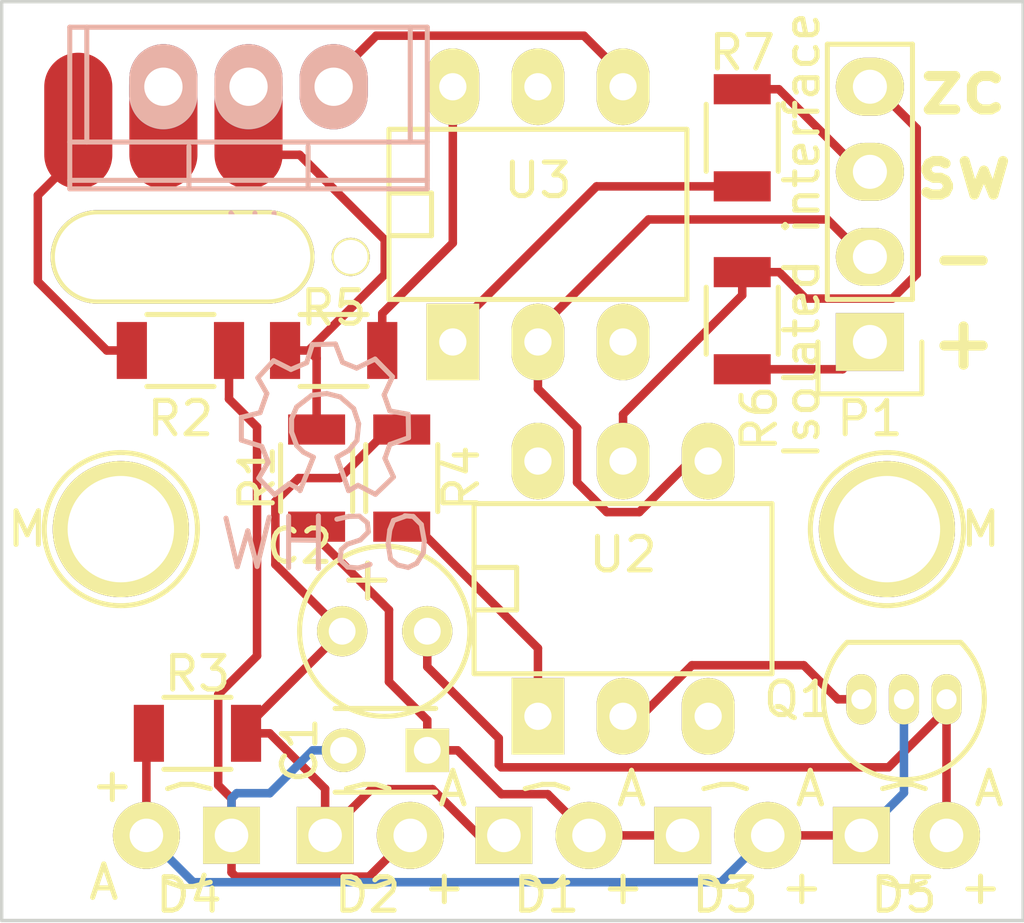
<source format=kicad_pcb>
(kicad_pcb (version 4) (host pcbnew "(after 2015-mar-04 BZR unknown)-product")

  (general
    (links 29)
    (no_connects 0)
    (area 29.413999 24.841999 59.994001 52.374001)
    (thickness 1.6)
    (drawings 11)
    (tracks 127)
    (zones 0)
    (modules 24)
    (nets 19)
  )

  (page A3)
  (layers
    (0 F.Cu signal)
    (31 B.Cu signal)
    (32 B.Adhes user)
    (33 F.Adhes user)
    (34 B.Paste user)
    (35 F.Paste user)
    (36 B.SilkS user)
    (37 F.SilkS user)
    (38 B.Mask user)
    (39 F.Mask user)
    (40 Dwgs.User user)
    (41 Cmts.User user)
    (42 Eco1.User user)
    (43 Eco2.User user)
    (44 Edge.Cuts user)
  )

  (setup
    (last_trace_width 2.032)
    (user_trace_width 1.27)
    (user_trace_width 1.524)
    (user_trace_width 1.778)
    (user_trace_width 2.032)
    (trace_clearance 0.254)
    (zone_clearance 0.508)
    (zone_45_only no)
    (trace_min 0.254)
    (segment_width 1.778)
    (edge_width 0.1)
    (via_size 0.889)
    (via_drill 0.635)
    (via_min_size 0.889)
    (via_min_drill 0.508)
    (uvia_size 0.508)
    (uvia_drill 0.127)
    (uvias_allowed no)
    (uvia_min_size 0.508)
    (uvia_min_drill 0.127)
    (pcb_text_width 0.3)
    (pcb_text_size 1.5 1.5)
    (mod_edge_width 0.15)
    (mod_text_size 1 1)
    (mod_text_width 0.15)
    (pad_size 7.874 2.794)
    (pad_drill 7.62)
    (pad_to_mask_clearance 0)
    (aux_axis_origin 0 0)
    (visible_elements FFFFFFBF)
    (pcbplotparams
      (layerselection 0x010f0_80000001)
      (usegerberextensions true)
      (excludeedgelayer true)
      (linewidth 0.150000)
      (plotframeref false)
      (viasonmask false)
      (mode 1)
      (useauxorigin false)
      (hpglpennumber 1)
      (hpglpenspeed 20)
      (hpglpendiameter 15)
      (hpglpenoverlay 2)
      (psnegative false)
      (psa4output false)
      (plotreference true)
      (plotvalue true)
      (plotinvisibletext false)
      (padsonsilk false)
      (subtractmaskfromsilk false)
      (outputformat 1)
      (mirror false)
      (drillshape 0)
      (scaleselection 1)
      (outputdirectory /run/media/vontrapp/KIRK/boxy/))
  )

  (net 0 "")
  (net 1 /Load)
  (net 2 Hot)
  (net 3 N)
  (net 4 "Net-(C1-Pad1)")
  (net 5 "Net-(C1-Pad2)")
  (net 6 "Net-(C2-Pad1)")
  (net 7 "Net-(C2-Pad2)")
  (net 8 "Net-(D3-Pad1)")
  (net 9 "Net-(P1-Pad1)")
  (net 10 "Net-(P1-Pad2)")
  (net 11 "Net-(P1-Pad3)")
  (net 12 "Net-(P1-Pad4)")
  (net 13 "Net-(R4-Pad1)")
  (net 14 "Net-(R5-Pad1)")
  (net 15 "Net-(R7-Pad1)")
  (net 16 "Net-(U1-Pad3)")
  (net 17 "Net-(U2-Pad6)")
  (net 18 "Net-(Q1-Pad3)")

  (net_class Default "This is the default net class."
    (clearance 0.254)
    (trace_width 0.254)
    (via_dia 0.889)
    (via_drill 0.635)
    (uvia_dia 0.508)
    (uvia_drill 0.127)
    (add_net /Load)
    (add_net Hot)
    (add_net N)
    (add_net "Net-(C1-Pad1)")
    (add_net "Net-(C1-Pad2)")
    (add_net "Net-(C2-Pad1)")
    (add_net "Net-(C2-Pad2)")
    (add_net "Net-(D3-Pad1)")
    (add_net "Net-(P1-Pad1)")
    (add_net "Net-(P1-Pad2)")
    (add_net "Net-(P1-Pad3)")
    (add_net "Net-(P1-Pad4)")
    (add_net "Net-(Q1-Pad3)")
    (add_net "Net-(R4-Pad1)")
    (add_net "Net-(R5-Pad1)")
    (add_net "Net-(R7-Pad1)")
    (add_net "Net-(U1-Pad3)")
    (add_net "Net-(U2-Pad6)")
  )

  (net_class LOAD ""
    (clearance 0.254)
    (trace_width 2.54)
    (via_dia 3.048)
    (via_drill 2.032)
    (uvia_dia 1.016)
    (uvia_drill 0.508)
  )

  (module Connect:1pin (layer F.Cu) (tedit 5615BBE0) (tstamp 560F30D2)
    (at 34.8615 32.512)
    (descr "module 1 pin (ou trou mecanique de percage)")
    (tags DEV)
    (fp_text reference REF** (at 0.1905 -0.508) (layer F.SilkS) hide
      (effects (font (size 1 1) (thickness 0.15)))
    )
    (fp_text value 1pin (at 0 2.794) (layer F.Fab)
      (effects (font (size 1 1) (thickness 0.15)))
    )
    (pad "" thru_hole oval (at 0 0) (size 7.874 2.794) (drill oval 7.62 2.54) (layers *.Cu *.Mask F.SilkS))
  )

  (module Connect:1pin (layer F.Cu) (tedit 5615BBE7) (tstamp 560F31AD)
    (at 39.878 32.512)
    (descr "module 1 pin (ou trou mecanique de percage)")
    (tags DEV)
    (fp_text reference REF** (at 0 -1.016) (layer F.SilkS) hide
      (effects (font (size 1 1) (thickness 0.15)))
    )
    (fp_text value 1pin (at 0 2.794) (layer F.Fab)
      (effects (font (size 1 1) (thickness 0.15)))
    )
    (pad "" thru_hole circle (at 0 0) (size 1.143 1.143) (drill 1.016) (layers *.Cu *.Mask F.SilkS))
  )

  (module Capacitors_ThroughHole:C_Disc_D3_P2.5 (layer F.Cu) (tedit 5615BB88) (tstamp 560D92DB)
    (at 42.164 47.244 180)
    (descr "Capacitor 3mm Disc, Pitch 2.5mm")
    (tags Capacitor)
    (path /560C6C75)
    (fp_text reference C1 (at 3.81 0 270) (layer F.SilkS)
      (effects (font (size 1 1) (thickness 0.15)))
    )
    (fp_text value 1nF (at 0 1.27 180) (layer F.Fab)
      (effects (font (size 1 1) (thickness 0.15)))
    )
    (fp_line (start -0.9 -1.5) (end 3.4 -1.5) (layer F.CrtYd) (width 0.05))
    (fp_line (start 3.4 -1.5) (end 3.4 1.5) (layer F.CrtYd) (width 0.05))
    (fp_line (start 3.4 1.5) (end -0.9 1.5) (layer F.CrtYd) (width 0.05))
    (fp_line (start -0.9 1.5) (end -0.9 -1.5) (layer F.CrtYd) (width 0.05))
    (fp_line (start -0.25 -1.25) (end 2.75 -1.25) (layer F.SilkS) (width 0.15))
    (fp_line (start 2.75 1.25) (end -0.25 1.25) (layer F.SilkS) (width 0.15))
    (pad 1 thru_hole rect (at 0 0 180) (size 1.3 1.3) (drill 0.8) (layers *.Cu *.Mask F.SilkS)
      (net 4 "Net-(C1-Pad1)"))
    (pad 2 thru_hole circle (at 2.5 0 180) (size 1.3 1.3) (drill 0.8001) (layers *.Cu *.Mask F.SilkS)
      (net 5 "Net-(C1-Pad2)"))
    (model Capacitors_ThroughHole.3dshapes/C_Disc_D3_P2.5.wrl
      (at (xyz 0.0492126 0 0))
      (scale (xyz 1 1 1))
      (rotate (xyz 0 0 0))
    )
  )

  (module Capacitors_Elko_ThroughHole:Elko_vert_11x5mm_RM2.5 (layer F.Cu) (tedit 560DC2DF) (tstamp 560D92E0)
    (at 39.624 43.688)
    (descr "Electrolytic Capacitor, vertical, diameter 5mm, radial, RM 2,5mm")
    (tags "Electrolytic Capacitor, vertical, diameter 5mm, radial, RM 2,5mm, Elko, Electrolytkondensator, Kondensator gepolt, Durchmesser 5mm")
    (path /560C7414)
    (fp_text reference C2 (at -1.27 -2.54) (layer F.SilkS)
      (effects (font (size 1 1) (thickness 0.15)))
    )
    (fp_text value 10uF (at 1.905 -2.54) (layer F.Fab)
      (effects (font (size 1 1) (thickness 0.15)))
    )
    (fp_line (start 0.2032 -1.524) (end 1.27 -1.524) (layer F.Cu) (width 0.15))
    (fp_line (start 0.762 -2.032) (end 0.762 -0.9906) (layer F.Cu) (width 0.15))
    (fp_line (start 1.27 -1.524) (end 0.2032 -1.524) (layer F.SilkS) (width 0.15))
    (fp_line (start 0.762 -2.032) (end 0.762 -0.9906) (layer F.SilkS) (width 0.15))
    (fp_circle (center 1.27 0) (end 3.81 0) (layer F.SilkS) (width 0.15))
    (pad 2 thru_hole circle (at 2.54 0) (size 1.50114 1.50114) (drill 0.8001) (layers *.Cu *.Mask F.SilkS)
      (net 7 "Net-(C2-Pad2)"))
    (pad 1 thru_hole circle (at 0 0) (size 1.50114 1.50114) (drill 0.8001) (layers *.Cu *.Mask F.SilkS)
      (net 6 "Net-(C2-Pad1)"))
    (model Capacitors_Elko_ThroughHole.3dshapes/Elko_vert_11x5mm_RM2.5.wrl
      (at (xyz 0 0 0))
      (scale (xyz 1 1 1))
      (rotate (xyz 0 0 0))
    )
  )

  (module Socket_Strips:Socket_Strip_Straight_1x04 (layer F.Cu) (tedit 5615B9FC) (tstamp 560D92FE)
    (at 55.372 35.052 90)
    (descr "Through hole socket strip")
    (tags "socket strip")
    (path /560CA1B3)
    (fp_text reference P1 (at -2.286 0 180) (layer F.SilkS)
      (effects (font (size 1 1) (thickness 0.15)))
    )
    (fp_text value "Isolated interface" (at 3.175 -2.032 90) (layer F.SilkS)
      (effects (font (size 1 1) (thickness 0.15)))
    )
    (fp_line (start -1.75 -1.75) (end -1.75 1.75) (layer F.CrtYd) (width 0.05))
    (fp_line (start 9.4 -1.75) (end 9.4 1.75) (layer F.CrtYd) (width 0.05))
    (fp_line (start -1.75 -1.75) (end 9.4 -1.75) (layer F.CrtYd) (width 0.05))
    (fp_line (start -1.75 1.75) (end 9.4 1.75) (layer F.CrtYd) (width 0.05))
    (fp_line (start 1.27 -1.27) (end 8.89 -1.27) (layer F.SilkS) (width 0.15))
    (fp_line (start 1.27 1.27) (end 8.89 1.27) (layer F.SilkS) (width 0.15))
    (fp_line (start -1.55 1.55) (end 0 1.55) (layer F.SilkS) (width 0.15))
    (fp_line (start 8.89 -1.27) (end 8.89 1.27) (layer F.SilkS) (width 0.15))
    (fp_line (start 1.27 1.27) (end 1.27 -1.27) (layer F.SilkS) (width 0.15))
    (fp_line (start 0 -1.55) (end -1.55 -1.55) (layer F.SilkS) (width 0.15))
    (fp_line (start -1.55 -1.55) (end -1.55 1.55) (layer F.SilkS) (width 0.15))
    (pad 1 thru_hole rect (at 0 0 90) (size 1.7272 2.032) (drill 1.016) (layers *.Cu *.Mask F.SilkS)
      (net 9 "Net-(P1-Pad1)"))
    (pad 2 thru_hole oval (at 2.54 0 90) (size 1.7272 2.032) (drill 1.016) (layers *.Cu *.Mask F.SilkS)
      (net 10 "Net-(P1-Pad2)"))
    (pad 3 thru_hole oval (at 5.08 0 90) (size 1.7272 2.032) (drill 1.016) (layers *.Cu *.Mask F.SilkS)
      (net 11 "Net-(P1-Pad3)"))
    (pad 4 thru_hole oval (at 7.62 0 90) (size 1.7272 2.032) (drill 1.016) (layers *.Cu *.Mask F.SilkS)
      (net 12 "Net-(P1-Pad4)"))
    (model Socket_Strips.3dshapes/Socket_Strip_Straight_1x04.wrl
      (at (xyz 0.15 0 0))
      (scale (xyz 1 1 1))
      (rotate (xyz 0 0 180))
    )
  )

  (module Housings_TO-92:TO-92_Inline_Narrow_Oval (layer F.Cu) (tedit 560DC34A) (tstamp 560D930B)
    (at 57.658 45.72 180)
    (descr "TO-92 leads in-line, narrow, oval pads, drill 0.6mm (see NXP sot054_po.pdf)")
    (tags "to-92 sc-43 sc-43a sot54 PA33 transistor")
    (path /560DC145)
    (fp_text reference Q1 (at 4.445 0 180) (layer F.SilkS)
      (effects (font (size 1 1) (thickness 0.15)))
    )
    (fp_text value Q_NPN_EBC (at -1.905 -1.27 450) (layer F.Fab)
      (effects (font (size 1 1) (thickness 0.15)))
    )
    (fp_line (start -1.4 1.95) (end -1.4 -2.65) (layer F.CrtYd) (width 0.05))
    (fp_line (start -1.4 1.95) (end 3.95 1.95) (layer F.CrtYd) (width 0.05))
    (fp_line (start -0.43 1.7) (end 2.97 1.7) (layer F.SilkS) (width 0.15))
    (fp_arc (start 1.27 0) (end 1.27 -2.4) (angle -135) (layer F.SilkS) (width 0.15))
    (fp_arc (start 1.27 0) (end 1.27 -2.4) (angle 135) (layer F.SilkS) (width 0.15))
    (fp_line (start -1.4 -2.65) (end 3.95 -2.65) (layer F.CrtYd) (width 0.05))
    (fp_line (start 3.95 1.95) (end 3.95 -2.65) (layer F.CrtYd) (width 0.05))
    (pad 2 thru_hole oval (at 1.27 0) (size 0.89916 1.50114) (drill 0.6) (layers *.Cu *.Mask F.SilkS)
      (net 8 "Net-(D3-Pad1)"))
    (pad 3 thru_hole oval (at 2.54 0) (size 0.89916 1.50114) (drill 0.6) (layers *.Cu *.Mask F.SilkS)
      (net 18 "Net-(Q1-Pad3)"))
    (pad 1 thru_hole oval (at 0 0) (size 0.89916 1.50114) (drill 0.6) (layers *.Cu *.Mask F.SilkS)
      (net 7 "Net-(C2-Pad2)"))
    (model Housings_TO-92.3dshapes/TO-92_Inline_Narrow_Oval.wrl
      (at (xyz 0.05 0 0))
      (scale (xyz 1 1 1))
      (rotate (xyz 0 0 -90))
    )
  )

  (module Power_Integrations:TO-220 (layer B.Cu) (tedit 0) (tstamp 560D9334)
    (at 36.83 27.432)
    (descr "Non Isolated JEDEC TO-220 Package")
    (tags "Power Integration YN Package")
    (path /560C8BEC)
    (fp_text reference U1 (at 0 4.318) (layer B.SilkS)
      (effects (font (size 1 1) (thickness 0.15)) (justify mirror))
    )
    (fp_text value TRIAC (at 0 4.318) (layer B.Fab)
      (effects (font (size 1 1) (thickness 0.15)) (justify mirror))
    )
    (fp_line (start 4.826 1.651) (end 4.826 -1.778) (layer B.SilkS) (width 0.15))
    (fp_line (start -4.826 1.651) (end -4.826 -1.778) (layer B.SilkS) (width 0.15))
    (fp_line (start 5.334 2.794) (end -5.334 2.794) (layer B.SilkS) (width 0.15))
    (fp_line (start 1.778 1.778) (end 1.778 3.048) (layer B.SilkS) (width 0.15))
    (fp_line (start -1.778 1.778) (end -1.778 3.048) (layer B.SilkS) (width 0.15))
    (fp_line (start -5.334 1.651) (end 5.334 1.651) (layer B.SilkS) (width 0.15))
    (fp_line (start 5.334 -1.778) (end -5.334 -1.778) (layer B.SilkS) (width 0.15))
    (fp_line (start -5.334 3.048) (end -5.334 -1.778) (layer B.SilkS) (width 0.15))
    (fp_line (start 5.334 3.048) (end 5.334 -1.778) (layer B.SilkS) (width 0.15))
    (fp_line (start 5.334 3.048) (end -5.334 3.048) (layer B.SilkS) (width 0.15))
    (pad 2 thru_hole oval (at 0 0) (size 2.032 2.54) (drill 1.143) (layers *.Cu *.Mask B.SilkS)
      (net 2 Hot))
    (pad 3 thru_hole oval (at 2.54 0) (size 2.032 2.54) (drill 1.143) (layers *.Cu *.Mask B.SilkS)
      (net 16 "Net-(U1-Pad3)"))
    (pad 1 thru_hole oval (at -2.54 0) (size 2.032 2.54) (drill 1.143) (layers *.Cu *.Mask B.SilkS)
      (net 1 /Load))
  )

  (module Housings_DIP:DIP-6__300_ELL (layer F.Cu) (tedit 0) (tstamp 560D933A)
    (at 48.006 42.418)
    (descr "6 pins DIL package, elliptical pads")
    (tags DIL)
    (path /560C3AFC)
    (fp_text reference U2 (at 0 -1.016) (layer F.SilkS)
      (effects (font (size 1 1) (thickness 0.15)))
    )
    (fp_text value OPTO-TRANSISTOR (at 0 1.27) (layer F.Fab)
      (effects (font (size 1 1) (thickness 0.15)))
    )
    (fp_line (start -4.445 -2.54) (end 4.445 -2.54) (layer F.SilkS) (width 0.15))
    (fp_line (start 4.445 -2.54) (end 4.445 2.54) (layer F.SilkS) (width 0.15))
    (fp_line (start 4.445 2.54) (end -4.445 2.54) (layer F.SilkS) (width 0.15))
    (fp_line (start -4.445 2.54) (end -4.445 -2.54) (layer F.SilkS) (width 0.15))
    (fp_line (start -4.445 -0.635) (end -3.175 -0.635) (layer F.SilkS) (width 0.15))
    (fp_line (start -3.175 -0.635) (end -3.175 0.635) (layer F.SilkS) (width 0.15))
    (fp_line (start -3.175 0.635) (end -4.445 0.635) (layer F.SilkS) (width 0.15))
    (pad 1 thru_hole rect (at -2.54 3.81) (size 1.5748 2.286) (drill 0.8128) (layers *.Cu *.Mask F.SilkS)
      (net 13 "Net-(R4-Pad1)"))
    (pad 2 thru_hole oval (at 0 3.81) (size 1.5748 2.286) (drill 0.8128) (layers *.Cu *.Mask F.SilkS)
      (net 18 "Net-(Q1-Pad3)"))
    (pad 3 thru_hole oval (at 2.54 3.81) (size 1.5748 2.286) (drill 0.8128) (layers *.Cu *.Mask F.SilkS))
    (pad 4 thru_hole oval (at 2.54 -3.81) (size 1.5748 2.286) (drill 0.8128) (layers *.Cu *.Mask F.SilkS)
      (net 10 "Net-(P1-Pad2)"))
    (pad 5 thru_hole oval (at 0 -3.81) (size 1.5748 2.286) (drill 0.8128) (layers *.Cu *.Mask F.SilkS)
      (net 12 "Net-(P1-Pad4)"))
    (pad 6 thru_hole oval (at -2.54 -3.81) (size 1.5748 2.286) (drill 0.8128) (layers *.Cu *.Mask F.SilkS)
      (net 17 "Net-(U2-Pad6)"))
    (model Sockets_DIP.3dshapes/DIP-6__300_ELL.wrl
      (at (xyz 0 0 0))
      (scale (xyz 1 1 1))
      (rotate (xyz 0 0 0))
    )
  )

  (module Housings_DIP:DIP-6__300_ELL (layer F.Cu) (tedit 0) (tstamp 560D9343)
    (at 45.466 31.242)
    (descr "6 pins DIL package, elliptical pads")
    (tags DIL)
    (path /560CBB25)
    (fp_text reference U3 (at 0 -1.016) (layer F.SilkS)
      (effects (font (size 1 1) (thickness 0.15)))
    )
    (fp_text value OPTO-TRIAC (at 0 1.27) (layer F.Fab)
      (effects (font (size 1 1) (thickness 0.15)))
    )
    (fp_line (start -4.445 -2.54) (end 4.445 -2.54) (layer F.SilkS) (width 0.15))
    (fp_line (start 4.445 -2.54) (end 4.445 2.54) (layer F.SilkS) (width 0.15))
    (fp_line (start 4.445 2.54) (end -4.445 2.54) (layer F.SilkS) (width 0.15))
    (fp_line (start -4.445 2.54) (end -4.445 -2.54) (layer F.SilkS) (width 0.15))
    (fp_line (start -4.445 -0.635) (end -3.175 -0.635) (layer F.SilkS) (width 0.15))
    (fp_line (start -3.175 -0.635) (end -3.175 0.635) (layer F.SilkS) (width 0.15))
    (fp_line (start -3.175 0.635) (end -4.445 0.635) (layer F.SilkS) (width 0.15))
    (pad 1 thru_hole rect (at -2.54 3.81) (size 1.5748 2.286) (drill 0.8128) (layers *.Cu *.Mask F.SilkS)
      (net 15 "Net-(R7-Pad1)"))
    (pad 2 thru_hole oval (at 0 3.81) (size 1.5748 2.286) (drill 0.8128) (layers *.Cu *.Mask F.SilkS)
      (net 10 "Net-(P1-Pad2)"))
    (pad 3 thru_hole oval (at 2.54 3.81) (size 1.5748 2.286) (drill 0.8128) (layers *.Cu *.Mask F.SilkS))
    (pad 4 thru_hole oval (at 2.54 -3.81) (size 1.5748 2.286) (drill 0.8128) (layers *.Cu *.Mask F.SilkS)
      (net 16 "Net-(U1-Pad3)"))
    (pad 5 thru_hole oval (at 0 -3.81) (size 1.5748 2.286) (drill 0.8128) (layers *.Cu *.Mask F.SilkS))
    (pad 6 thru_hole oval (at -2.54 -3.81) (size 1.5748 2.286) (drill 0.8128) (layers *.Cu *.Mask F.SilkS)
      (net 14 "Net-(R5-Pad1)"))
    (model Sockets_DIP.3dshapes/DIP-6__300_ELL.wrl
      (at (xyz 0 0 0))
      (scale (xyz 1 1 1))
      (rotate (xyz 0 0 0))
    )
  )

  (module Connect:1pin (layer F.Cu) (tedit 5615BB7D) (tstamp 560F2330)
    (at 33.02 40.64)
    (descr "module 1 pin (ou trou mecanique de percage)")
    (tags DEV)
    (fp_text reference M (at -2.794 0) (layer F.SilkS)
      (effects (font (size 1 1) (thickness 0.15)))
    )
    (fp_text value 1pin (at 0 2.794) (layer F.Fab)
      (effects (font (size 1 1) (thickness 0.15)))
    )
    (fp_circle (center 0 0) (end 0 -2.286) (layer F.SilkS) (width 0.15))
    (pad 1 thru_hole circle (at 0 0) (size 4.064 4.064) (drill 3.175) (layers *.Cu *.Mask F.SilkS))
  )

  (module Connect:1pin (layer F.Cu) (tedit 5615BB7A) (tstamp 560F2389)
    (at 55.88 40.64)
    (descr "module 1 pin (ou trou mecanique de percage)")
    (tags DEV)
    (fp_text reference M (at 2.794 0) (layer F.SilkS)
      (effects (font (size 1 1) (thickness 0.15)))
    )
    (fp_text value 1pin (at 0 2.794) (layer F.Fab)
      (effects (font (size 1 1) (thickness 0.15)))
    )
    (fp_circle (center 0 0) (end 0 -2.286) (layer F.SilkS) (width 0.15))
    (pad 1 thru_hole circle (at 0 0) (size 4.064 4.064) (drill 3.175) (layers *.Cu *.Mask F.SilkS))
  )

  (module Resistors_SMD:R_1206 (layer F.Cu) (tedit 5615BB45) (tstamp 56159F89)
    (at 38.862 39.116 90)
    (descr "Resistor SMD 1206, reflow soldering, Vishay (see dcrcw.pdf)")
    (tags "resistor 1206")
    (path /560C6D76)
    (attr smd)
    (fp_text reference R1 (at 0 -1.778 90) (layer F.SilkS)
      (effects (font (size 1 1) (thickness 0.15)))
    )
    (fp_text value 220k (at 0 2.3 90) (layer F.Fab)
      (effects (font (size 1 1) (thickness 0.15)))
    )
    (fp_line (start -2.2 -1.2) (end 2.2 -1.2) (layer F.CrtYd) (width 0.05))
    (fp_line (start -2.2 1.2) (end 2.2 1.2) (layer F.CrtYd) (width 0.05))
    (fp_line (start -2.2 -1.2) (end -2.2 1.2) (layer F.CrtYd) (width 0.05))
    (fp_line (start 2.2 -1.2) (end 2.2 1.2) (layer F.CrtYd) (width 0.05))
    (fp_line (start 1 1.075) (end -1 1.075) (layer F.SilkS) (width 0.15))
    (fp_line (start -1 -1.075) (end 1 -1.075) (layer F.SilkS) (width 0.15))
    (pad 1 smd rect (at -1.45 0 90) (size 0.9 1.7) (layers F.Cu F.Paste F.Mask)
      (net 4 "Net-(C1-Pad1)"))
    (pad 2 smd rect (at 1.45 0 90) (size 0.9 1.7) (layers F.Cu F.Paste F.Mask)
      (net 2 Hot))
    (model Resistors_SMD.3dshapes/R_1206.wrl
      (at (xyz 0 0 0))
      (scale (xyz 1 1 1))
      (rotate (xyz 0 0 0))
    )
  )

  (module Resistors_SMD:R_1206 (layer F.Cu) (tedit 5615BB42) (tstamp 56159F8E)
    (at 34.798 35.306 180)
    (descr "Resistor SMD 1206, reflow soldering, Vishay (see dcrcw.pdf)")
    (tags "resistor 1206")
    (path /560C6DA7)
    (attr smd)
    (fp_text reference R2 (at 0 -2.032 180) (layer F.SilkS)
      (effects (font (size 1 1) (thickness 0.15)))
    )
    (fp_text value 220k (at 0 2.3 180) (layer F.Fab)
      (effects (font (size 1 1) (thickness 0.15)))
    )
    (fp_line (start -2.2 -1.2) (end 2.2 -1.2) (layer F.CrtYd) (width 0.05))
    (fp_line (start -2.2 1.2) (end 2.2 1.2) (layer F.CrtYd) (width 0.05))
    (fp_line (start -2.2 -1.2) (end -2.2 1.2) (layer F.CrtYd) (width 0.05))
    (fp_line (start 2.2 -1.2) (end 2.2 1.2) (layer F.CrtYd) (width 0.05))
    (fp_line (start 1 1.075) (end -1 1.075) (layer F.SilkS) (width 0.15))
    (fp_line (start -1 -1.075) (end 1 -1.075) (layer F.SilkS) (width 0.15))
    (pad 1 smd rect (at -1.45 0 180) (size 0.9 1.7) (layers F.Cu F.Paste F.Mask)
      (net 5 "Net-(C1-Pad2)"))
    (pad 2 smd rect (at 1.45 0 180) (size 0.9 1.7) (layers F.Cu F.Paste F.Mask)
      (net 3 N))
    (model Resistors_SMD.3dshapes/R_1206.wrl
      (at (xyz 0 0 0))
      (scale (xyz 1 1 1))
      (rotate (xyz 0 0 0))
    )
  )

  (module Resistors_SMD:R_1206 (layer F.Cu) (tedit 5615BB52) (tstamp 56159F93)
    (at 35.306 46.736 180)
    (descr "Resistor SMD 1206, reflow soldering, Vishay (see dcrcw.pdf)")
    (tags "resistor 1206")
    (path /560C71DA)
    (attr smd)
    (fp_text reference R3 (at 0 1.778 180) (layer F.SilkS)
      (effects (font (size 1 1) (thickness 0.15)))
    )
    (fp_text value 22k (at 0 2.3 180) (layer F.Fab)
      (effects (font (size 1 1) (thickness 0.15)))
    )
    (fp_line (start -2.2 -1.2) (end 2.2 -1.2) (layer F.CrtYd) (width 0.05))
    (fp_line (start -2.2 1.2) (end 2.2 1.2) (layer F.CrtYd) (width 0.05))
    (fp_line (start -2.2 -1.2) (end -2.2 1.2) (layer F.CrtYd) (width 0.05))
    (fp_line (start 2.2 -1.2) (end 2.2 1.2) (layer F.CrtYd) (width 0.05))
    (fp_line (start 1 1.075) (end -1 1.075) (layer F.SilkS) (width 0.15))
    (fp_line (start -1 -1.075) (end 1 -1.075) (layer F.SilkS) (width 0.15))
    (pad 1 smd rect (at -1.45 0 180) (size 0.9 1.7) (layers F.Cu F.Paste F.Mask)
      (net 6 "Net-(C2-Pad1)"))
    (pad 2 smd rect (at 1.45 0 180) (size 0.9 1.7) (layers F.Cu F.Paste F.Mask)
      (net 8 "Net-(D3-Pad1)"))
    (model Resistors_SMD.3dshapes/R_1206.wrl
      (at (xyz 0 0 0))
      (scale (xyz 1 1 1))
      (rotate (xyz 0 0 0))
    )
  )

  (module Resistors_SMD:R_1206 (layer F.Cu) (tedit 5615BB49) (tstamp 56159F98)
    (at 41.402 39.116 90)
    (descr "Resistor SMD 1206, reflow soldering, Vishay (see dcrcw.pdf)")
    (tags "resistor 1206")
    (path /560C7489)
    (attr smd)
    (fp_text reference R4 (at 0 1.778 90) (layer F.SilkS)
      (effects (font (size 1 1) (thickness 0.15)))
    )
    (fp_text value 1k (at 0 2.3 90) (layer F.Fab)
      (effects (font (size 1 1) (thickness 0.15)))
    )
    (fp_line (start -2.2 -1.2) (end 2.2 -1.2) (layer F.CrtYd) (width 0.05))
    (fp_line (start -2.2 1.2) (end 2.2 1.2) (layer F.CrtYd) (width 0.05))
    (fp_line (start -2.2 -1.2) (end -2.2 1.2) (layer F.CrtYd) (width 0.05))
    (fp_line (start 2.2 -1.2) (end 2.2 1.2) (layer F.CrtYd) (width 0.05))
    (fp_line (start 1 1.075) (end -1 1.075) (layer F.SilkS) (width 0.15))
    (fp_line (start -1 -1.075) (end 1 -1.075) (layer F.SilkS) (width 0.15))
    (pad 1 smd rect (at -1.45 0 90) (size 0.9 1.7) (layers F.Cu F.Paste F.Mask)
      (net 13 "Net-(R4-Pad1)"))
    (pad 2 smd rect (at 1.45 0 90) (size 0.9 1.7) (layers F.Cu F.Paste F.Mask)
      (net 6 "Net-(C2-Pad1)"))
    (model Resistors_SMD.3dshapes/R_1206.wrl
      (at (xyz 0 0 0))
      (scale (xyz 1 1 1))
      (rotate (xyz 0 0 0))
    )
  )

  (module Resistors_SMD:R_1206 (layer F.Cu) (tedit 5615BB96) (tstamp 56159F9D)
    (at 39.37 35.306 180)
    (descr "Resistor SMD 1206, reflow soldering, Vishay (see dcrcw.pdf)")
    (tags "resistor 1206")
    (path /560C9A6A)
    (attr smd)
    (fp_text reference R5 (at 0 1.27 180) (layer F.SilkS)
      (effects (font (size 1 1) (thickness 0.15)))
    )
    (fp_text value 100 (at 0 2.3 180) (layer F.Fab)
      (effects (font (size 1 1) (thickness 0.15)))
    )
    (fp_line (start -2.2 -1.2) (end 2.2 -1.2) (layer F.CrtYd) (width 0.05))
    (fp_line (start -2.2 1.2) (end 2.2 1.2) (layer F.CrtYd) (width 0.05))
    (fp_line (start -2.2 -1.2) (end -2.2 1.2) (layer F.CrtYd) (width 0.05))
    (fp_line (start 2.2 -1.2) (end 2.2 1.2) (layer F.CrtYd) (width 0.05))
    (fp_line (start 1 1.075) (end -1 1.075) (layer F.SilkS) (width 0.15))
    (fp_line (start -1 -1.075) (end 1 -1.075) (layer F.SilkS) (width 0.15))
    (pad 1 smd rect (at -1.45 0 180) (size 0.9 1.7) (layers F.Cu F.Paste F.Mask)
      (net 14 "Net-(R5-Pad1)"))
    (pad 2 smd rect (at 1.45 0 180) (size 0.9 1.7) (layers F.Cu F.Paste F.Mask)
      (net 2 Hot))
    (model Resistors_SMD.3dshapes/R_1206.wrl
      (at (xyz 0 0 0))
      (scale (xyz 1 1 1))
      (rotate (xyz 0 0 0))
    )
  )

  (module Resistors_SMD:R_1206 (layer F.Cu) (tedit 5615BB64) (tstamp 56159FA2)
    (at 51.562 34.417 90)
    (descr "Resistor SMD 1206, reflow soldering, Vishay (see dcrcw.pdf)")
    (tags "resistor 1206")
    (path /560CA8B0)
    (attr smd)
    (fp_text reference R6 (at -2.921 0.508 270) (layer F.SilkS)
      (effects (font (size 1 1) (thickness 0.15)))
    )
    (fp_text value 10k (at 0 2.3 90) (layer F.Fab)
      (effects (font (size 1 1) (thickness 0.15)))
    )
    (fp_line (start -2.2 -1.2) (end 2.2 -1.2) (layer F.CrtYd) (width 0.05))
    (fp_line (start -2.2 1.2) (end 2.2 1.2) (layer F.CrtYd) (width 0.05))
    (fp_line (start -2.2 -1.2) (end -2.2 1.2) (layer F.CrtYd) (width 0.05))
    (fp_line (start 2.2 -1.2) (end 2.2 1.2) (layer F.CrtYd) (width 0.05))
    (fp_line (start 1 1.075) (end -1 1.075) (layer F.SilkS) (width 0.15))
    (fp_line (start -1 -1.075) (end 1 -1.075) (layer F.SilkS) (width 0.15))
    (pad 1 smd rect (at -1.45 0 90) (size 0.9 1.7) (layers F.Cu F.Paste F.Mask)
      (net 9 "Net-(P1-Pad1)"))
    (pad 2 smd rect (at 1.45 0 90) (size 0.9 1.7) (layers F.Cu F.Paste F.Mask)
      (net 12 "Net-(P1-Pad4)"))
    (model Resistors_SMD.3dshapes/R_1206.wrl
      (at (xyz 0 0 0))
      (scale (xyz 1 1 1))
      (rotate (xyz 0 0 0))
    )
  )

  (module Resistors_SMD:R_1206 (layer F.Cu) (tedit 5615BB6C) (tstamp 56159FA7)
    (at 51.562 28.956 90)
    (descr "Resistor SMD 1206, reflow soldering, Vishay (see dcrcw.pdf)")
    (tags "resistor 1206")
    (path /560CF5D9)
    (attr smd)
    (fp_text reference R7 (at 2.54 0 180) (layer F.SilkS)
      (effects (font (size 1 1) (thickness 0.15)))
    )
    (fp_text value 330 (at 0 2.3 90) (layer F.Fab)
      (effects (font (size 1 1) (thickness 0.15)))
    )
    (fp_line (start -2.2 -1.2) (end 2.2 -1.2) (layer F.CrtYd) (width 0.05))
    (fp_line (start -2.2 1.2) (end 2.2 1.2) (layer F.CrtYd) (width 0.05))
    (fp_line (start -2.2 -1.2) (end -2.2 1.2) (layer F.CrtYd) (width 0.05))
    (fp_line (start 2.2 -1.2) (end 2.2 1.2) (layer F.CrtYd) (width 0.05))
    (fp_line (start 1 1.075) (end -1 1.075) (layer F.SilkS) (width 0.15))
    (fp_line (start -1 -1.075) (end 1 -1.075) (layer F.SilkS) (width 0.15))
    (pad 1 smd rect (at -1.45 0 90) (size 0.9 1.7) (layers F.Cu F.Paste F.Mask)
      (net 15 "Net-(R7-Pad1)"))
    (pad 2 smd rect (at 1.45 0 90) (size 0.9 1.7) (layers F.Cu F.Paste F.Mask)
      (net 11 "Net-(P1-Pad3)"))
    (model Resistors_SMD.3dshapes/R_1206.wrl
      (at (xyz 0 0 0))
      (scale (xyz 1 1 1))
      (rotate (xyz 0 0 0))
    )
  )

  (module Diodes_ThroughHole:Diode_LED_3mm_round_vertical (layer F.Cu) (tedit 5615BB21) (tstamp 5615AB22)
    (at 45.72 49.784 180)
    (descr "Leuchtdiode, LED, 3mm, round, rund,  vertical,")
    (tags "Leuchtdiode, LED,  3mm, round, rund,  vertical,")
    (path /560C70E4)
    (fp_text reference D1 (at 0 -1.778 180) (layer F.SilkS)
      (effects (font (size 1 1) (thickness 0.15)))
    )
    (fp_text value D (at 0 -5.08 180) (layer F.Fab)
      (effects (font (size 1 1) (thickness 0.15)))
    )
    (fp_text user A (at -2.54 1.397 180) (layer F.SilkS)
      (effects (font (size 1 1) (thickness 0.15)))
    )
    (fp_line (start -0.635 1.397) (end -0.254 1.524) (layer F.SilkS) (width 0.15))
    (fp_line (start -0.254 1.524) (end 0.127 1.524) (layer F.SilkS) (width 0.15))
    (fp_line (start 0.127 1.524) (end 0.635 1.397) (layer F.SilkS) (width 0.15))
    (fp_line (start -0.635 -1.397) (end -0.254 -1.524) (layer F.SilkS) (width 0.15))
    (fp_line (start -0.254 -1.524) (end 0.127 -1.524) (layer F.SilkS) (width 0.15))
    (fp_line (start 0.127 -1.524) (end 0.635 -1.397) (layer F.SilkS) (width 0.15))
    (fp_text user + (at -2.286 -1.524 180) (layer F.SilkS)
      (effects (font (size 1 1) (thickness 0.15)))
    )
    (pad 1 thru_hole circle (at -1.27 0 270) (size 1.99898 1.99898) (drill 1.00076) (layers *.Cu *.Mask F.SilkS)
      (net 4 "Net-(C1-Pad1)"))
    (pad 2 thru_hole rect (at 1.27 0 180) (size 1.69926 1.69926) (drill 1.00076) (layers *.Cu *.Mask F.SilkS)
      (net 6 "Net-(C2-Pad1)"))
    (model Diodes_ThroughHole.3dshapes/Diode_LED_3mm_round_vertical.wrl
      (at (xyz 0 0 0))
      (scale (xyz 0.4 0.4 0.4))
      (rotate (xyz 0 0 0))
    )
  )

  (module Diodes_ThroughHole:Diode_LED_3mm_round_vertical (layer F.Cu) (tedit 5615BB37) (tstamp 5615AB27)
    (at 40.386 49.784 180)
    (descr "Leuchtdiode, LED, 3mm, round, rund,  vertical,")
    (tags "Leuchtdiode, LED,  3mm, round, rund,  vertical,")
    (path /560C7103)
    (fp_text reference D2 (at 0 -1.778 180) (layer F.SilkS)
      (effects (font (size 1 1) (thickness 0.15)))
    )
    (fp_text value D (at 0 -5.08 180) (layer F.Fab)
      (effects (font (size 1 1) (thickness 0.15)))
    )
    (fp_text user A (at -2.54 1.397 180) (layer F.SilkS)
      (effects (font (size 1 1) (thickness 0.15)))
    )
    (fp_line (start -0.635 1.397) (end -0.254 1.524) (layer F.SilkS) (width 0.15))
    (fp_line (start -0.254 1.524) (end 0.127 1.524) (layer F.SilkS) (width 0.15))
    (fp_line (start 0.127 1.524) (end 0.635 1.397) (layer F.SilkS) (width 0.15))
    (fp_line (start -0.635 -1.397) (end -0.254 -1.524) (layer F.SilkS) (width 0.15))
    (fp_line (start -0.254 -1.524) (end 0.127 -1.524) (layer F.SilkS) (width 0.15))
    (fp_line (start 0.127 -1.524) (end 0.635 -1.397) (layer F.SilkS) (width 0.15))
    (fp_text user + (at -2.286 -1.524 180) (layer F.SilkS)
      (effects (font (size 1 1) (thickness 0.15)))
    )
    (pad 1 thru_hole circle (at -1.27 0 270) (size 1.99898 1.99898) (drill 1.00076) (layers *.Cu *.Mask F.SilkS)
      (net 5 "Net-(C1-Pad2)"))
    (pad 2 thru_hole rect (at 1.27 0 180) (size 1.69926 1.69926) (drill 1.00076) (layers *.Cu *.Mask F.SilkS)
      (net 6 "Net-(C2-Pad1)"))
    (model Diodes_ThroughHole.3dshapes/Diode_LED_3mm_round_vertical.wrl
      (at (xyz 0 0 0))
      (scale (xyz 0.4 0.4 0.4))
      (rotate (xyz 0 0 0))
    )
  )

  (module Diodes_ThroughHole:Diode_LED_3mm_round_vertical (layer F.Cu) (tedit 5615BBAD) (tstamp 5615AB2C)
    (at 51.054 49.784 180)
    (descr "Leuchtdiode, LED, 3mm, round, rund,  vertical,")
    (tags "Leuchtdiode, LED,  3mm, round, rund,  vertical,")
    (path /560C7127)
    (fp_text reference D3 (at 0 -1.778 180) (layer F.SilkS)
      (effects (font (size 1 1) (thickness 0.15)))
    )
    (fp_text value D (at 0 -5.08 180) (layer F.Fab)
      (effects (font (size 1 1) (thickness 0.15)))
    )
    (fp_text user A (at -2.54 1.397 180) (layer F.SilkS)
      (effects (font (size 1 1) (thickness 0.15)))
    )
    (fp_line (start -0.635 1.397) (end -0.254 1.524) (layer F.SilkS) (width 0.15))
    (fp_line (start -0.254 1.524) (end 0.127 1.524) (layer F.SilkS) (width 0.15))
    (fp_line (start 0.127 1.524) (end 0.635 1.397) (layer F.SilkS) (width 0.15))
    (fp_line (start -0.635 -1.397) (end -0.254 -1.524) (layer F.SilkS) (width 0.15))
    (fp_line (start -0.254 -1.524) (end 0.127 -1.524) (layer F.SilkS) (width 0.15))
    (fp_line (start 0.127 -1.524) (end 0.635 -1.397) (layer F.SilkS) (width 0.15))
    (fp_text user + (at -2.286 -1.524 180) (layer F.SilkS)
      (effects (font (size 1 1) (thickness 0.15)))
    )
    (pad 1 thru_hole circle (at -1.27 0 270) (size 1.99898 1.99898) (drill 1.00076) (layers *.Cu *.Mask F.SilkS)
      (net 8 "Net-(D3-Pad1)"))
    (pad 2 thru_hole rect (at 1.27 0 180) (size 1.69926 1.69926) (drill 1.00076) (layers *.Cu *.Mask F.SilkS)
      (net 4 "Net-(C1-Pad1)"))
    (model Diodes_ThroughHole.3dshapes/Diode_LED_3mm_round_vertical.wrl
      (at (xyz 0 0 0))
      (scale (xyz 0.4 0.4 0.4))
      (rotate (xyz 0 0 0))
    )
  )

  (module Diodes_ThroughHole:Diode_LED_3mm_round_vertical (layer F.Cu) (tedit 5615BB24) (tstamp 5615AB31)
    (at 35.052 49.784)
    (descr "Leuchtdiode, LED, 3mm, round, rund,  vertical,")
    (tags "Leuchtdiode, LED,  3mm, round, rund,  vertical,")
    (path /560C7160)
    (fp_text reference D4 (at 0 1.778) (layer F.SilkS)
      (effects (font (size 1 1) (thickness 0.15)))
    )
    (fp_text value D (at 0 -5.08) (layer F.Fab)
      (effects (font (size 1 1) (thickness 0.15)))
    )
    (fp_text user A (at -2.54 1.397) (layer F.SilkS)
      (effects (font (size 1 1) (thickness 0.15)))
    )
    (fp_line (start -0.635 1.397) (end -0.254 1.524) (layer F.SilkS) (width 0.15))
    (fp_line (start -0.254 1.524) (end 0.127 1.524) (layer F.SilkS) (width 0.15))
    (fp_line (start 0.127 1.524) (end 0.635 1.397) (layer F.SilkS) (width 0.15))
    (fp_line (start -0.635 -1.397) (end -0.254 -1.524) (layer F.SilkS) (width 0.15))
    (fp_line (start -0.254 -1.524) (end 0.127 -1.524) (layer F.SilkS) (width 0.15))
    (fp_line (start 0.127 -1.524) (end 0.635 -1.397) (layer F.SilkS) (width 0.15))
    (fp_text user + (at -2.286 -1.524) (layer F.SilkS)
      (effects (font (size 1 1) (thickness 0.15)))
    )
    (pad 1 thru_hole circle (at -1.27 0 90) (size 1.99898 1.99898) (drill 1.00076) (layers *.Cu *.Mask F.SilkS)
      (net 8 "Net-(D3-Pad1)"))
    (pad 2 thru_hole rect (at 1.27 0) (size 1.69926 1.69926) (drill 1.00076) (layers *.Cu *.Mask F.SilkS)
      (net 5 "Net-(C1-Pad2)"))
    (model Diodes_ThroughHole.3dshapes/Diode_LED_3mm_round_vertical.wrl
      (at (xyz 0 0 0))
      (scale (xyz 0.4 0.4 0.4))
      (rotate (xyz 0 0 0))
    )
  )

  (module Diodes_ThroughHole:Diode_LED_3mm_round_vertical (layer F.Cu) (tedit 5615BBB3) (tstamp 5615AB36)
    (at 56.388 49.784 180)
    (descr "Leuchtdiode, LED, 3mm, round, rund,  vertical,")
    (tags "Leuchtdiode, LED,  3mm, round, rund,  vertical,")
    (path /560C7462)
    (fp_text reference D5 (at 0 -1.778 180) (layer F.SilkS)
      (effects (font (size 1 1) (thickness 0.15)))
    )
    (fp_text value D (at 0 -5.08 180) (layer F.Fab)
      (effects (font (size 1 1) (thickness 0.15)))
    )
    (fp_text user A (at -2.54 1.397 180) (layer F.SilkS)
      (effects (font (size 1 1) (thickness 0.15)))
    )
    (fp_line (start -0.635 1.397) (end -0.254 1.524) (layer F.SilkS) (width 0.15))
    (fp_line (start -0.254 1.524) (end 0.127 1.524) (layer F.SilkS) (width 0.15))
    (fp_line (start 0.127 1.524) (end 0.635 1.397) (layer F.SilkS) (width 0.15))
    (fp_line (start -0.635 -1.397) (end -0.254 -1.524) (layer F.SilkS) (width 0.15))
    (fp_line (start -0.254 -1.524) (end 0.127 -1.524) (layer F.SilkS) (width 0.15))
    (fp_line (start 0.127 -1.524) (end 0.635 -1.397) (layer F.SilkS) (width 0.15))
    (fp_text user + (at -2.286 -1.524 180) (layer F.SilkS)
      (effects (font (size 1 1) (thickness 0.15)))
    )
    (pad 1 thru_hole circle (at -1.27 0 270) (size 1.99898 1.99898) (drill 1.00076) (layers *.Cu *.Mask F.SilkS)
      (net 7 "Net-(C2-Pad2)"))
    (pad 2 thru_hole rect (at 1.27 0 180) (size 1.69926 1.69926) (drill 1.00076) (layers *.Cu *.Mask F.SilkS)
      (net 8 "Net-(D3-Pad1)"))
    (model Diodes_ThroughHole.3dshapes/Diode_LED_3mm_round_vertical.wrl
      (at (xyz 0 0 0))
      (scale (xyz 0.4 0.4 0.4))
      (rotate (xyz 0 0 0))
    )
  )

  (module Symbols:Symbol_OSHW-Logo_SilkScreen (layer B.Cu) (tedit 5615BC50) (tstamp 5615B6E8)
    (at 39.116 37.592 180)
    (descr "Symbol, OSHW-Logo, Silk Screen,")
    (tags "Symbol, OSHW-Logo, Silk Screen,")
    (fp_text reference "" (at 0.09906 4.38912 180) (layer B.SilkS)
      (effects (font (size 1 1) (thickness 0.15)) (justify mirror))
    )
    (fp_text value Symbol_OSHW-Logo_SilkScreen (at 0.30988 -6.56082 180) (layer B.Fab)
      (effects (font (size 1 1) (thickness 0.15)) (justify mirror))
    )
    (fp_line (start 1.66878 -2.68986) (end 2.02946 -4.16052) (layer B.SilkS) (width 0.15))
    (fp_line (start 2.02946 -4.16052) (end 2.30886 -3.0988) (layer B.SilkS) (width 0.15))
    (fp_line (start 2.30886 -3.0988) (end 2.61874 -4.17068) (layer B.SilkS) (width 0.15))
    (fp_line (start 2.61874 -4.17068) (end 2.9591 -2.72034) (layer B.SilkS) (width 0.15))
    (fp_line (start 0.24892 -3.38074) (end 1.03886 -3.37058) (layer B.SilkS) (width 0.15))
    (fp_line (start 1.03886 -3.37058) (end 1.04902 -3.38074) (layer B.SilkS) (width 0.15))
    (fp_line (start 1.04902 -3.38074) (end 1.04902 -3.37058) (layer B.SilkS) (width 0.15))
    (fp_line (start 1.08966 -2.65938) (end 1.08966 -4.20116) (layer B.SilkS) (width 0.15))
    (fp_line (start 0.20066 -2.64922) (end 0.20066 -4.21894) (layer B.SilkS) (width 0.15))
    (fp_line (start 0.20066 -4.21894) (end 0.21082 -4.20878) (layer B.SilkS) (width 0.15))
    (fp_line (start -0.35052 -2.75082) (end -0.70104 -2.66954) (layer B.SilkS) (width 0.15))
    (fp_line (start -0.70104 -2.66954) (end -1.02108 -2.65938) (layer B.SilkS) (width 0.15))
    (fp_line (start -1.02108 -2.65938) (end -1.25984 -2.86004) (layer B.SilkS) (width 0.15))
    (fp_line (start -1.25984 -2.86004) (end -1.29032 -3.12928) (layer B.SilkS) (width 0.15))
    (fp_line (start -1.29032 -3.12928) (end -1.04902 -3.37058) (layer B.SilkS) (width 0.15))
    (fp_line (start -1.04902 -3.37058) (end -0.6604 -3.50012) (layer B.SilkS) (width 0.15))
    (fp_line (start -0.6604 -3.50012) (end -0.48006 -3.66014) (layer B.SilkS) (width 0.15))
    (fp_line (start -0.48006 -3.66014) (end -0.43942 -3.95986) (layer B.SilkS) (width 0.15))
    (fp_line (start -0.43942 -3.95986) (end -0.67056 -4.18084) (layer B.SilkS) (width 0.15))
    (fp_line (start -0.67056 -4.18084) (end -0.9906 -4.20878) (layer B.SilkS) (width 0.15))
    (fp_line (start -0.9906 -4.20878) (end -1.34112 -4.09956) (layer B.SilkS) (width 0.15))
    (fp_line (start -2.37998 -2.64922) (end -2.6289 -2.66954) (layer B.SilkS) (width 0.15))
    (fp_line (start -2.6289 -2.66954) (end -2.8702 -2.91084) (layer B.SilkS) (width 0.15))
    (fp_line (start -2.8702 -2.91084) (end -2.9591 -3.40106) (layer B.SilkS) (width 0.15))
    (fp_line (start -2.9591 -3.40106) (end -2.93116 -3.74904) (layer B.SilkS) (width 0.15))
    (fp_line (start -2.93116 -3.74904) (end -2.7305 -4.06908) (layer B.SilkS) (width 0.15))
    (fp_line (start -2.7305 -4.06908) (end -2.47904 -4.191) (layer B.SilkS) (width 0.15))
    (fp_line (start -2.47904 -4.191) (end -2.16916 -4.11988) (layer B.SilkS) (width 0.15))
    (fp_line (start -2.16916 -4.11988) (end -1.95072 -3.93954) (layer B.SilkS) (width 0.15))
    (fp_line (start -1.95072 -3.93954) (end -1.8796 -3.4798) (layer B.SilkS) (width 0.15))
    (fp_line (start -1.8796 -3.4798) (end -1.9304 -3.07086) (layer B.SilkS) (width 0.15))
    (fp_line (start -1.9304 -3.07086) (end -2.03962 -2.78892) (layer B.SilkS) (width 0.15))
    (fp_line (start -2.03962 -2.78892) (end -2.4003 -2.65938) (layer B.SilkS) (width 0.15))
    (fp_line (start -1.78054 -0.92964) (end -2.03962 -1.49098) (layer B.SilkS) (width 0.15))
    (fp_line (start -2.03962 -1.49098) (end -1.50114 -2.00914) (layer B.SilkS) (width 0.15))
    (fp_line (start -1.50114 -2.00914) (end -0.98044 -1.7399) (layer B.SilkS) (width 0.15))
    (fp_line (start -0.98044 -1.7399) (end -0.70104 -1.89992) (layer B.SilkS) (width 0.15))
    (fp_line (start 0.73914 -1.8796) (end 1.06934 -1.6891) (layer B.SilkS) (width 0.15))
    (fp_line (start 1.06934 -1.6891) (end 1.50876 -2.0193) (layer B.SilkS) (width 0.15))
    (fp_line (start 1.50876 -2.0193) (end 1.9812 -1.52908) (layer B.SilkS) (width 0.15))
    (fp_line (start 1.9812 -1.52908) (end 1.69926 -1.04902) (layer B.SilkS) (width 0.15))
    (fp_line (start 1.69926 -1.04902) (end 1.88976 -0.57912) (layer B.SilkS) (width 0.15))
    (fp_line (start 1.88976 -0.57912) (end 2.49936 -0.39116) (layer B.SilkS) (width 0.15))
    (fp_line (start 2.49936 -0.39116) (end 2.49936 0.28956) (layer B.SilkS) (width 0.15))
    (fp_line (start 2.49936 0.28956) (end 1.94056 0.42926) (layer B.SilkS) (width 0.15))
    (fp_line (start 1.94056 0.42926) (end 1.7399 1.00076) (layer B.SilkS) (width 0.15))
    (fp_line (start 1.7399 1.00076) (end 2.00914 1.47066) (layer B.SilkS) (width 0.15))
    (fp_line (start 2.00914 1.47066) (end 1.53924 1.9812) (layer B.SilkS) (width 0.15))
    (fp_line (start 1.53924 1.9812) (end 1.02108 1.71958) (layer B.SilkS) (width 0.15))
    (fp_line (start 1.02108 1.71958) (end 0.55118 1.92024) (layer B.SilkS) (width 0.15))
    (fp_line (start 0.55118 1.92024) (end 0.381 2.46126) (layer B.SilkS) (width 0.15))
    (fp_line (start 0.381 2.46126) (end -0.30988 2.47904) (layer B.SilkS) (width 0.15))
    (fp_line (start -0.30988 2.47904) (end -0.5207 1.9304) (layer B.SilkS) (width 0.15))
    (fp_line (start -0.5207 1.9304) (end -0.9398 1.76022) (layer B.SilkS) (width 0.15))
    (fp_line (start -0.9398 1.76022) (end -1.49098 2.02946) (layer B.SilkS) (width 0.15))
    (fp_line (start -1.49098 2.02946) (end -2.00914 1.50114) (layer B.SilkS) (width 0.15))
    (fp_line (start -2.00914 1.50114) (end -1.76022 0.96012) (layer B.SilkS) (width 0.15))
    (fp_line (start -1.76022 0.96012) (end -1.9304 0.48006) (layer B.SilkS) (width 0.15))
    (fp_line (start -1.9304 0.48006) (end -2.47904 0.381) (layer B.SilkS) (width 0.15))
    (fp_line (start -2.47904 0.381) (end -2.4892 -0.32004) (layer B.SilkS) (width 0.15))
    (fp_line (start -2.4892 -0.32004) (end -1.9304 -0.5207) (layer B.SilkS) (width 0.15))
    (fp_line (start -1.9304 -0.5207) (end -1.7907 -0.91948) (layer B.SilkS) (width 0.15))
    (fp_line (start 0.35052 -0.89916) (end 0.65024 -0.7493) (layer B.SilkS) (width 0.15))
    (fp_line (start 0.65024 -0.7493) (end 0.8509 -0.55118) (layer B.SilkS) (width 0.15))
    (fp_line (start 0.8509 -0.55118) (end 1.00076 -0.14986) (layer B.SilkS) (width 0.15))
    (fp_line (start 1.00076 -0.14986) (end 1.00076 0.24892) (layer B.SilkS) (width 0.15))
    (fp_line (start 1.00076 0.24892) (end 0.8509 0.59944) (layer B.SilkS) (width 0.15))
    (fp_line (start 0.8509 0.59944) (end 0.39878 0.94996) (layer B.SilkS) (width 0.15))
    (fp_line (start 0.39878 0.94996) (end -0.0508 1.00076) (layer B.SilkS) (width 0.15))
    (fp_line (start -0.0508 1.00076) (end -0.44958 0.89916) (layer B.SilkS) (width 0.15))
    (fp_line (start -0.44958 0.89916) (end -0.8509 0.55118) (layer B.SilkS) (width 0.15))
    (fp_line (start -0.8509 0.55118) (end -1.00076 0.09906) (layer B.SilkS) (width 0.15))
    (fp_line (start -1.00076 0.09906) (end -0.94996 -0.39878) (layer B.SilkS) (width 0.15))
    (fp_line (start -0.94996 -0.39878) (end -0.70104 -0.70104) (layer B.SilkS) (width 0.15))
    (fp_line (start -0.70104 -0.70104) (end -0.35052 -0.89916) (layer B.SilkS) (width 0.15))
    (fp_line (start -0.35052 -0.89916) (end -0.70104 -1.89992) (layer B.SilkS) (width 0.15))
    (fp_line (start 0.35052 -0.89916) (end 0.7493 -1.89992) (layer B.SilkS) (width 0.15))
  )

  (gr_line (start 31.75 27.432) (end 31.75 29.464) (layer F.Mask) (width 1.778))
  (gr_line (start 29.464 52.324) (end 29.464 24.892) (angle 90) (layer Edge.Cuts) (width 0.1))
  (gr_line (start 59.944 52.324) (end 29.464 52.324) (angle 90) (layer Edge.Cuts) (width 0.1))
  (gr_line (start 59.944 24.892) (end 59.944 52.324) (angle 90) (layer Edge.Cuts) (width 0.1))
  (gr_line (start 29.464 24.892) (end 59.944 24.892) (angle 90) (layer Edge.Cuts) (width 0.1))
  (gr_line (start 36.83 29.464) (end 36.83 27.432) (angle 90) (layer F.Mask) (width 1.778))
  (gr_line (start 34.29 29.464) (end 34.29 27.432) (angle 90) (layer F.Mask) (width 1.778))
  (gr_text zc (at 58.166 27.432) (layer F.SilkS)
    (effects (font (size 1.5 1.5) (thickness 0.3)))
  )
  (gr_text sw (at 58.166 29.972) (layer F.SilkS)
    (effects (font (size 1.5 1.5) (thickness 0.3)))
  )
  (gr_text - (at 58.166 32.512) (layer F.SilkS)
    (effects (font (size 1.5 1.5) (thickness 0.3)) (justify mirror))
  )
  (gr_text + (at 58.166 35.052) (layer F.SilkS)
    (effects (font (size 1.5 1.5) (thickness 0.3)) (justify mirror))
  )

  (segment (start 34.29 27.432) (end 34.29 29.464) (width 2.032) (layer F.Cu) (net 1))
  (segment (start 36.83 29.464) (end 38.354 29.464) (width 0.254) (layer F.Cu) (net 2))
  (segment (start 38.354 29.464) (end 40.894 32.004) (width 0.254) (layer F.Cu) (net 2))
  (segment (start 40.894 32.004) (end 40.894 33.036) (width 0.254) (layer F.Cu) (net 2))
  (segment (start 40.894 33.036) (end 38.861506 35.068494) (width 0.254) (layer F.Cu) (net 2))
  (segment (start 38.861506 35.068494) (end 38.624 35.306) (width 0.254) (layer F.Cu) (net 2))
  (segment (start 38.862 35.544) (end 38.862 35.068988) (width 0.254) (layer F.Cu) (net 2))
  (segment (start 38.862 35.068988) (end 38.861506 35.068494) (width 0.254) (layer F.Cu) (net 2))
  (segment (start 37.92 35.306) (end 38.624 35.306) (width 0.254) (layer F.Cu) (net 2) (status 10))
  (segment (start 38.624 35.306) (end 38.862 35.544) (width 0.254) (layer F.Cu) (net 2))
  (segment (start 38.862 35.544) (end 38.862 37.666) (width 0.254) (layer F.Cu) (net 2) (status 20))
  (segment (start 36.83 27.432) (end 36.83 29.464) (width 2.032) (layer F.Cu) (net 2) (status 10))
  (segment (start 31.75 29.464) (end 31.75 27.432) (width 2.032) (layer F.Cu) (net 3))
  (segment (start 33.348 35.306) (end 32.601015 35.306) (width 0.254) (layer F.Cu) (net 3))
  (segment (start 32.601015 35.306) (end 30.54349 33.248475) (width 0.254) (layer F.Cu) (net 3))
  (segment (start 30.54349 33.248475) (end 30.54349 30.67051) (width 0.254) (layer F.Cu) (net 3))
  (segment (start 30.54349 30.67051) (end 31.75 29.464) (width 0.254) (layer F.Cu) (net 3))
  (segment (start 38.862 40.566) (end 38.862 40.894) (width 0.254) (layer F.Cu) (net 4) (status 30))
  (segment (start 38.862 40.894) (end 41.021 43.053) (width 0.254) (layer F.Cu) (net 4) (status 10))
  (segment (start 41.021 43.053) (end 41.021 45.197) (width 0.254) (layer F.Cu) (net 4))
  (segment (start 41.021 45.197) (end 42.164 46.34) (width 0.254) (layer F.Cu) (net 4))
  (segment (start 42.164 46.34) (end 42.164 47.244) (width 0.254) (layer F.Cu) (net 4) (status 20))
  (segment (start 49.784 49.784) (end 46.99 49.784) (width 0.254) (layer F.Cu) (net 4) (status 30))
  (segment (start 42.164 47.244) (end 43.068 47.244) (width 0.254) (layer F.Cu) (net 4) (status 10))
  (segment (start 45.759369 48.553369) (end 46.99 49.784) (width 0.254) (layer F.Cu) (net 4) (status 20))
  (segment (start 43.068 47.244) (end 44.377369 48.553369) (width 0.254) (layer F.Cu) (net 4))
  (segment (start 44.377369 48.553369) (end 45.759369 48.553369) (width 0.254) (layer F.Cu) (net 4))
  (segment (start 36.248 35.306) (end 36.248 36.756) (width 0.254) (layer F.Cu) (net 5) (status 10))
  (segment (start 36.248 36.756) (end 37.084 37.592) (width 0.254) (layer F.Cu) (net 5))
  (segment (start 35.924999 48.283369) (end 36.322 48.68037) (width 0.254) (layer F.Cu) (net 5))
  (segment (start 37.084 37.592) (end 37.084 44.422198) (width 0.254) (layer F.Cu) (net 5))
  (segment (start 37.084 44.422198) (end 35.924999 45.581199) (width 0.254) (layer F.Cu) (net 5))
  (segment (start 35.924999 45.581199) (end 35.924999 48.283369) (width 0.254) (layer F.Cu) (net 5))
  (segment (start 36.322 48.68037) (end 36.322 49.784) (width 0.254) (layer F.Cu) (net 5) (status 20))
  (segment (start 37.465 48.523762) (end 36.478608 48.523762) (width 0.254) (layer B.Cu) (net 5))
  (segment (start 36.478608 48.523762) (end 36.322 48.68037) (width 0.254) (layer B.Cu) (net 5))
  (segment (start 36.322 48.68037) (end 36.322 49.784) (width 0.254) (layer B.Cu) (net 5) (status 20))
  (segment (start 39.664 47.244) (end 38.744762 47.244) (width 0.254) (layer B.Cu) (net 5) (status 10))
  (segment (start 38.744762 47.244) (end 37.465 48.523762) (width 0.254) (layer B.Cu) (net 5))
  (segment (start 35.941 49.403) (end 36.322 49.784) (width 0.254) (layer F.Cu) (net 5) (status 30))
  (segment (start 36.322 49.784) (end 36.322 50.88763) (width 0.254) (layer F.Cu) (net 5) (status 10))
  (segment (start 36.322 50.88763) (end 36.449001 51.014631) (width 0.254) (layer F.Cu) (net 5))
  (segment (start 40.425369 51.014631) (end 41.656 49.784) (width 0.254) (layer F.Cu) (net 5) (status 20))
  (segment (start 36.449001 51.014631) (end 40.425369 51.014631) (width 0.254) (layer F.Cu) (net 5))
  (segment (start 39.116 48.392) (end 39.116 49.784) (width 0.254) (layer F.Cu) (net 6) (status 20))
  (segment (start 37.46 46.736) (end 39.116 48.392) (width 0.254) (layer F.Cu) (net 6))
  (segment (start 36.756 46.736) (end 37.46 46.736) (width 0.254) (layer F.Cu) (net 6) (status 10))
  (segment (start 39.624 43.688) (end 37.630999 41.694999) (width 0.254) (layer F.Cu) (net 6) (status 10))
  (segment (start 37.630999 41.694999) (end 37.630999 39.811199) (width 0.254) (layer F.Cu) (net 6))
  (segment (start 37.630999 39.811199) (end 38.326198 39.116) (width 0.254) (layer F.Cu) (net 6))
  (segment (start 38.326198 39.116) (end 39.552 39.116) (width 0.254) (layer F.Cu) (net 6))
  (segment (start 39.552 39.116) (end 41.002 37.666) (width 0.254) (layer F.Cu) (net 6) (status 20))
  (segment (start 41.002 37.666) (end 41.402 37.666) (width 0.254) (layer F.Cu) (net 6) (status 30))
  (segment (start 44.45 49.784) (end 43.699128 49.784) (width 0.254) (layer F.Cu) (net 6) (status 30))
  (segment (start 43.699128 49.784) (end 42.318637 48.403509) (width 0.254) (layer F.Cu) (net 6) (status 10))
  (segment (start 40.4876 48.4124) (end 39.116 49.784) (width 0.254) (layer F.Cu) (net 6) (status 20))
  (segment (start 42.318637 48.403509) (end 40.993363 48.403509) (width 0.254) (layer F.Cu) (net 6))
  (segment (start 40.993363 48.403509) (end 40.984472 48.4124) (width 0.254) (layer F.Cu) (net 6))
  (segment (start 40.984472 48.4124) (end 40.4876 48.4124) (width 0.254) (layer F.Cu) (net 6))
  (segment (start 39.624 43.688) (end 36.756 46.556) (width 0.254) (layer F.Cu) (net 6) (status 30))
  (segment (start 36.756 46.556) (end 36.756 46.736) (width 0.254) (layer F.Cu) (net 6) (status 30))
  (segment (start 57.658 45.72) (end 57.658 49.784) (width 0.254) (layer F.Cu) (net 7) (status 30))
  (segment (start 42.164 43.688) (end 42.164 44.749466) (width 0.254) (layer F.Cu) (net 7) (status 10))
  (segment (start 42.164 44.749466) (end 44.297599 46.883065) (width 0.254) (layer F.Cu) (net 7))
  (segment (start 44.297599 46.883065) (end 44.297599 47.675801) (width 0.254) (layer F.Cu) (net 7))
  (segment (start 44.297599 47.675801) (end 44.373808 47.75201) (width 0.254) (layer F.Cu) (net 7))
  (segment (start 44.373808 47.75201) (end 55.92698 47.75201) (width 0.254) (layer F.Cu) (net 7))
  (segment (start 55.92698 47.75201) (end 57.658 46.02099) (width 0.254) (layer F.Cu) (net 7) (status 20))
  (segment (start 57.658 46.02099) (end 57.658 45.72) (width 0.254) (layer F.Cu) (net 7) (status 30))
  (segment (start 52.324 49.784) (end 55.118 49.784) (width 0.254) (layer F.Cu) (net 8) (status 30))
  (segment (start 56.388 45.72) (end 56.388 48.514) (width 0.254) (layer B.Cu) (net 8) (status 10))
  (segment (start 56.388 48.514) (end 55.118 49.784) (width 0.254) (layer B.Cu) (net 8) (status 20))
  (segment (start 33.782 49.784) (end 35.179 51.181) (width 0.254) (layer B.Cu) (net 8) (status 10))
  (segment (start 50.927 51.181) (end 52.324 49.784) (width 0.254) (layer B.Cu) (net 8) (status 20))
  (segment (start 35.179 51.181) (end 50.927 51.181) (width 0.254) (layer B.Cu) (net 8))
  (segment (start 55.118 49.784) (end 55.614872 49.784) (width 0.254) (layer F.Cu) (net 8) (status 30))
  (segment (start 56.388 45.41901) (end 56.388 45.72) (width 0.254) (layer F.Cu) (net 8) (status 30))
  (segment (start 33.782 49.784) (end 33.782 46.81) (width 0.254) (layer F.Cu) (net 8) (status 30))
  (segment (start 33.782 46.81) (end 33.856 46.736) (width 0.254) (layer F.Cu) (net 8) (status 30))
  (segment (start 51.562 35.867) (end 54.557 35.867) (width 0.254) (layer F.Cu) (net 9))
  (segment (start 54.557 35.867) (end 55.372 35.052) (width 0.254) (layer F.Cu) (net 9))
  (segment (start 50.546 38.608) (end 50.013981 38.608) (width 0.254) (layer F.Cu) (net 10))
  (segment (start 50.013981 38.608) (end 48.489971 40.13201) (width 0.254) (layer F.Cu) (net 10))
  (segment (start 48.489971 40.13201) (end 47.522029 40.13201) (width 0.254) (layer F.Cu) (net 10))
  (segment (start 47.522029 40.13201) (end 46.63441 39.244391) (width 0.254) (layer F.Cu) (net 10))
  (segment (start 46.63441 39.244391) (end 46.63441 37.61741) (width 0.254) (layer F.Cu) (net 10))
  (segment (start 46.63441 37.61741) (end 45.466 36.449) (width 0.254) (layer F.Cu) (net 10))
  (segment (start 45.466 36.449) (end 45.466 35.052) (width 0.254) (layer F.Cu) (net 10))
  (segment (start 45.466 35.052) (end 45.466 34.6964) (width 0.254) (layer F.Cu) (net 10) (status 30))
  (segment (start 45.466 34.6964) (end 48.768 31.3944) (width 0.254) (layer F.Cu) (net 10) (status 10))
  (segment (start 48.768 31.3944) (end 54.102 31.3944) (width 0.254) (layer F.Cu) (net 10))
  (segment (start 54.102 31.3944) (end 55.2196 32.512) (width 0.254) (layer F.Cu) (net 10) (status 20))
  (segment (start 55.2196 32.512) (end 55.372 32.512) (width 0.254) (layer F.Cu) (net 10) (status 30))
  (segment (start 45.466 35.4076) (end 45.466 35.052) (width 0.254) (layer F.Cu) (net 10) (status 30))
  (segment (start 51.562 27.506) (end 52.652 27.506) (width 0.254) (layer F.Cu) (net 11) (status 10))
  (segment (start 52.652 27.506) (end 55.118 29.972) (width 0.254) (layer F.Cu) (net 11) (status 20))
  (segment (start 55.118 29.972) (end 55.372 29.972) (width 0.254) (layer F.Cu) (net 11) (status 30))
  (segment (start 51.562 32.967) (end 52.666 32.967) (width 0.254) (layer F.Cu) (net 12))
  (segment (start 55.5244 27.432) (end 55.372 27.432) (width 0.254) (layer F.Cu) (net 12))
  (segment (start 52.666 32.967) (end 53.45561 33.75661) (width 0.254) (layer F.Cu) (net 12))
  (segment (start 56.76901 33.027534) (end 56.76901 28.67661) (width 0.254) (layer F.Cu) (net 12))
  (segment (start 53.45561 33.75661) (end 56.039934 33.75661) (width 0.254) (layer F.Cu) (net 12))
  (segment (start 56.039934 33.75661) (end 56.76901 33.027534) (width 0.254) (layer F.Cu) (net 12))
  (segment (start 56.76901 28.67661) (end 55.5244 27.432) (width 0.254) (layer F.Cu) (net 12))
  (segment (start 48.006 38.608) (end 48.006 37.211) (width 0.254) (layer F.Cu) (net 12))
  (segment (start 48.006 37.211) (end 51.562 33.655) (width 0.254) (layer F.Cu) (net 12))
  (segment (start 51.562 33.655) (end 51.562 32.967) (width 0.254) (layer F.Cu) (net 12))
  (segment (start 41.402 40.566) (end 41.836 40.566) (width 0.254) (layer F.Cu) (net 13) (status 30))
  (segment (start 41.836 40.566) (end 45.466 44.196) (width 0.254) (layer F.Cu) (net 13) (status 10))
  (segment (start 45.466 44.196) (end 45.466 46.228) (width 0.254) (layer F.Cu) (net 13) (status 20))
  (segment (start 40.82 35.306) (end 40.82 34.202) (width 0.254) (layer F.Cu) (net 14) (status 10))
  (segment (start 40.82 34.202) (end 42.926 32.096) (width 0.254) (layer F.Cu) (net 14))
  (segment (start 42.926 32.096) (end 42.926 27.432) (width 0.254) (layer F.Cu) (net 14) (status 20))
  (segment (start 47.2164 30.406) (end 51.562 30.406) (width 0.254) (layer F.Cu) (net 15) (status 20))
  (segment (start 42.926 34.6964) (end 47.2164 30.406) (width 0.254) (layer F.Cu) (net 15) (status 10))
  (segment (start 42.926 35.052) (end 42.926 34.6964) (width 0.254) (layer F.Cu) (net 15) (status 30))
  (segment (start 48.006 27.432) (end 48.006 27.0764) (width 0.254) (layer F.Cu) (net 16) (status 30))
  (segment (start 48.006 27.0764) (end 46.83759 25.90799) (width 0.254) (layer F.Cu) (net 16) (status 10))
  (segment (start 46.83759 25.90799) (end 40.64001 25.90799) (width 0.254) (layer F.Cu) (net 16))
  (segment (start 40.64001 25.90799) (end 39.37 27.178) (width 0.254) (layer F.Cu) (net 16) (status 20))
  (segment (start 39.37 27.178) (end 39.37 27.432) (width 0.254) (layer F.Cu) (net 16) (status 30))
  (segment (start 48.006 27.7876) (end 48.006 27.432) (width 0.254) (layer F.Cu) (net 16) (status 30))
  (segment (start 48.006 46.228) (end 48.538019 46.228) (width 0.254) (layer F.Cu) (net 18) (status 30))
  (segment (start 48.538019 46.228) (end 50.062029 44.70399) (width 0.254) (layer F.Cu) (net 18) (status 10))
  (segment (start 50.062029 44.70399) (end 53.39841 44.70399) (width 0.254) (layer F.Cu) (net 18))
  (segment (start 53.39841 44.70399) (end 54.41442 45.72) (width 0.254) (layer F.Cu) (net 18))
  (segment (start 54.41442 45.72) (end 55.118 45.72) (width 0.254) (layer F.Cu) (net 18) (status 20))

)

</source>
